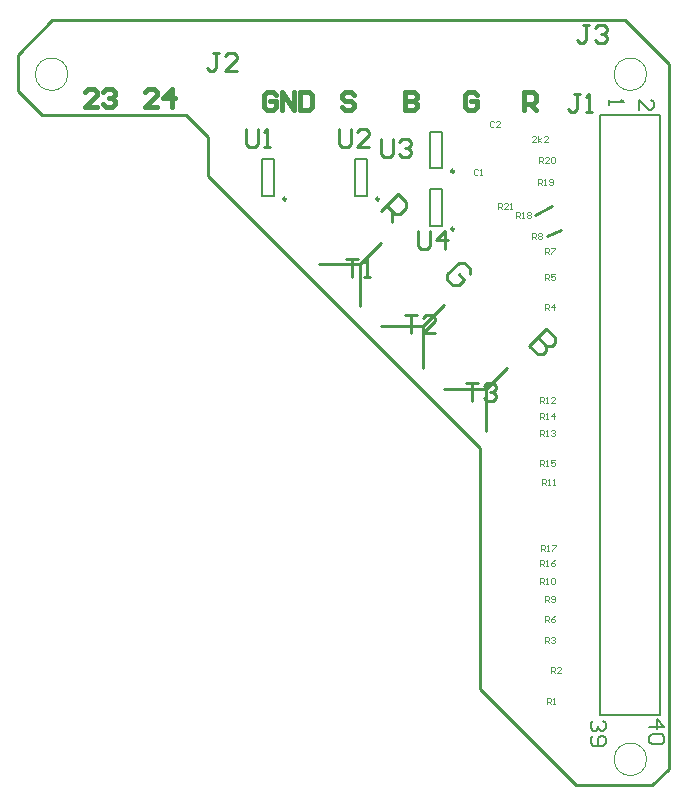
<source format=gto>
G04*
G04 #@! TF.GenerationSoftware,Altium Limited,Altium Designer,20.0.2 (26)*
G04*
G04 Layer_Color=65535*
%FSLAX25Y25*%
%MOIN*%
G70*
G01*
G75*
%ADD10C,0.00984*%
%ADD11C,0.00787*%
%ADD12C,0.01000*%
%ADD13C,0.01500*%
%ADD14C,0.00800*%
%ADD15C,0.00400*%
%ADD16C,0.00050*%
D10*
X498406Y442673D02*
G03*
X498406Y442673I-492J0D01*
G01*
Y423413D02*
G03*
X498406Y423413I-492J0D01*
G01*
X442406Y433413D02*
G03*
X442406Y433413I-492J0D01*
G01*
X473406D02*
G03*
X473406Y433413I-492J0D01*
G01*
D11*
X490531Y443657D02*
Y455862D01*
X494468Y443657D02*
Y455862D01*
X490531D02*
X494468D01*
X490531Y443657D02*
X494468D01*
X490531Y424398D02*
Y436602D01*
X494468Y424398D02*
Y436602D01*
X490531D02*
X494468D01*
X490531Y424398D02*
X494468D01*
X547000Y261500D02*
Y461500D01*
X567000Y261500D02*
Y461500D01*
X547000D02*
X567000D01*
X547000Y261500D02*
X567000D01*
X434531Y434398D02*
Y446602D01*
X438469Y434398D02*
Y446602D01*
X434531D02*
X438469D01*
X434531Y434398D02*
X438469D01*
X465531D02*
X469468D01*
X465531Y446602D02*
X469468D01*
Y434398D02*
Y446602D01*
X465531Y434398D02*
Y446602D01*
D12*
X467142Y411777D02*
X474102Y418737D01*
X453223Y411777D02*
X467142D01*
X474102Y418737D01*
X467142Y397858D02*
Y411777D01*
X509040Y370040D02*
X516000Y377000D01*
X495121Y370040D02*
X509040D01*
X516000Y377000D01*
X509040Y356121D02*
Y370040D01*
X488040Y391040D02*
X495000Y398000D01*
X474121Y391040D02*
X488040D01*
X495000Y398000D01*
X488040Y377121D02*
Y391040D01*
X529500Y421000D02*
X534000Y423000D01*
X525500Y428000D02*
X531000Y431000D01*
X473898Y453498D02*
Y448500D01*
X474898Y447500D01*
X476897D01*
X477897Y448500D01*
Y453498D01*
X479896Y452498D02*
X480896Y453498D01*
X482895D01*
X483895Y452498D01*
Y451499D01*
X482895Y450499D01*
X481896D01*
X482895D01*
X483895Y449499D01*
Y448500D01*
X482895Y447500D01*
X480896D01*
X479896Y448500D01*
X529155Y390155D02*
X523500Y384500D01*
X526328Y381673D01*
X528212D01*
X529155Y382615D01*
X529155Y384500D01*
X526328Y387328D01*
X529155Y384500D01*
X531040D01*
X531983Y385442D01*
Y387328D01*
X529155Y390155D01*
X503751Y408474D02*
Y410359D01*
X501866Y412244D01*
X499981D01*
X496211Y408474D01*
Y406589D01*
X498096Y404704D01*
X499981D01*
X501866Y406589D01*
X499981Y408474D01*
X473898Y429500D02*
X479553Y435155D01*
X482381Y432328D01*
Y430442D01*
X480496Y428557D01*
X478611Y428557D01*
X475783Y431385D01*
X477668Y429500D02*
X477668Y425730D01*
X462262Y413530D02*
X466260D01*
X464261D01*
Y407532D01*
X468260D02*
X470259D01*
X469260D01*
Y413530D01*
X468260Y412530D01*
X482106Y394928D02*
X486105D01*
X484105D01*
Y388930D01*
X492103D02*
X488104D01*
X492103Y392928D01*
Y393928D01*
X491103Y394928D01*
X489104D01*
X488104Y393928D01*
X502500Y372035D02*
X506499D01*
X504499D01*
Y366037D01*
X508498Y371035D02*
X509498Y372035D01*
X511497D01*
X512497Y371035D01*
Y370035D01*
X511497Y369036D01*
X510497D01*
X511497D01*
X512497Y368036D01*
Y367036D01*
X511497Y366037D01*
X509498D01*
X508498Y367036D01*
X419999Y481998D02*
X417999D01*
X418999D01*
Y477000D01*
X417999Y476000D01*
X417000D01*
X416000Y477000D01*
X425997Y476000D02*
X421998D01*
X425997Y479999D01*
Y480998D01*
X424997Y481998D01*
X422998D01*
X421998Y480998D01*
X543499Y491498D02*
X541499D01*
X542499D01*
Y486500D01*
X541499Y485500D01*
X540500D01*
X539500Y486500D01*
X545498Y490498D02*
X546498Y491498D01*
X548497D01*
X549497Y490498D01*
Y489499D01*
X548497Y488499D01*
X547497D01*
X548497D01*
X549497Y487499D01*
Y486500D01*
X548497Y485500D01*
X546498D01*
X545498Y486500D01*
X540499Y468498D02*
X538499D01*
X539499D01*
Y463500D01*
X538499Y462500D01*
X537500D01*
X536500Y463500D01*
X542498Y462500D02*
X544497D01*
X543498D01*
Y468498D01*
X542498Y467498D01*
X486235Y422814D02*
Y417815D01*
X487234Y416815D01*
X489234D01*
X490233Y417815D01*
Y422814D01*
X495232Y416815D02*
Y422814D01*
X492233Y419814D01*
X496232D01*
X460100Y456698D02*
Y451700D01*
X461100Y450700D01*
X463099D01*
X464099Y451700D01*
Y456698D01*
X470097Y450700D02*
X466098D01*
X470097Y454699D01*
Y455698D01*
X469097Y456698D01*
X467098D01*
X466098Y455698D01*
X429100Y456698D02*
Y451700D01*
X430100Y450700D01*
X432099D01*
X433099Y451700D01*
Y456698D01*
X435098Y450700D02*
X437097D01*
X436098D01*
Y456698D01*
X435098Y455698D01*
X416500Y441000D02*
Y454000D01*
X409000Y461500D02*
X416500Y454000D01*
X361000Y461500D02*
X409000D01*
X353000Y481500D02*
X364500Y493000D01*
X353000Y469500D02*
Y481500D01*
Y469500D02*
X361000Y461500D01*
X416500Y441000D02*
X436500Y421000D01*
X507000Y350500D01*
Y270000D02*
Y350500D01*
Y270000D02*
X539000Y238000D01*
X564500D01*
X570000Y243500D01*
Y478500D01*
X555500Y493000D02*
X570000Y478500D01*
X364500Y493000D02*
X555500D01*
D13*
X521606Y463000D02*
Y468998D01*
X524605D01*
X525605Y467998D01*
Y465999D01*
X524605Y464999D01*
X521606D01*
X523605D02*
X525605Y463000D01*
X506105Y467998D02*
X505105Y468998D01*
X503105D01*
X502106Y467998D01*
Y464000D01*
X503105Y463000D01*
X505105D01*
X506105Y464000D01*
Y465999D01*
X504105D01*
X482106Y468998D02*
Y463000D01*
X485105D01*
X486105Y464000D01*
Y464999D01*
X485105Y465999D01*
X482106D01*
X485105D01*
X486105Y466999D01*
Y467998D01*
X485105Y468998D01*
X482106D01*
X464999Y467998D02*
X463999Y468998D01*
X462000D01*
X461000Y467998D01*
Y466999D01*
X462000Y465999D01*
X463999D01*
X464999Y464999D01*
Y464000D01*
X463999Y463000D01*
X462000D01*
X461000Y464000D01*
X438999Y467998D02*
X437999Y468998D01*
X436000D01*
X435000Y467998D01*
Y464000D01*
X436000Y463000D01*
X437999D01*
X438999Y464000D01*
Y465999D01*
X436999D01*
X440998Y463000D02*
Y468998D01*
X444997Y463000D01*
Y468998D01*
X446996D02*
Y463000D01*
X449995D01*
X450995Y464000D01*
Y467998D01*
X449995Y468998D01*
X446996D01*
X399499Y464000D02*
X395500D01*
X399499Y467999D01*
Y468998D01*
X398499Y469998D01*
X396500D01*
X395500Y468998D01*
X404497Y464000D02*
Y469998D01*
X401498Y466999D01*
X405497D01*
X379499Y464000D02*
X375500D01*
X379499Y467999D01*
Y468998D01*
X378499Y469998D01*
X376500D01*
X375500Y468998D01*
X381498D02*
X382498Y469998D01*
X384497D01*
X385497Y468998D01*
Y467999D01*
X384497Y466999D01*
X383497D01*
X384497D01*
X385497Y465999D01*
Y465000D01*
X384497Y464000D01*
X382498D01*
X381498Y465000D01*
D14*
X550000Y466500D02*
Y464834D01*
Y465667D01*
X554998D01*
X554165Y466500D01*
X560000Y463168D02*
Y466500D01*
X563332Y463168D01*
X564165D01*
X564998Y464001D01*
Y465667D01*
X564165Y466500D01*
X563500Y257501D02*
X568498D01*
X565999Y260000D01*
Y256668D01*
X567665Y255002D02*
X568498Y254169D01*
Y252502D01*
X567665Y251669D01*
X564333D01*
X563500Y252502D01*
Y254169D01*
X564333Y255002D01*
X567665D01*
X548165Y259500D02*
X548998Y258667D01*
Y257001D01*
X548165Y256168D01*
X547332D01*
X546499Y257001D01*
Y257834D01*
Y257001D01*
X545666Y256168D01*
X544833D01*
X544000Y257001D01*
Y258667D01*
X544833Y259500D01*
Y254502D02*
X544000Y253669D01*
Y252002D01*
X544833Y251169D01*
X548165D01*
X548998Y252002D01*
Y253669D01*
X548165Y254502D01*
X547332D01*
X546499Y253669D01*
Y251169D01*
D15*
X524500Y420000D02*
Y421999D01*
X525500D01*
X525833Y421666D01*
Y421000D01*
X525500Y420666D01*
X524500D01*
X525166D02*
X525833Y420000D01*
X526499Y421666D02*
X526833Y421999D01*
X527499D01*
X527832Y421666D01*
Y421333D01*
X527499Y421000D01*
X527832Y420666D01*
Y420333D01*
X527499Y420000D01*
X526833D01*
X526499Y420333D01*
Y420666D01*
X526833Y421000D01*
X526499Y421333D01*
Y421666D01*
X526833Y421000D02*
X527499D01*
X525833Y452500D02*
X524500D01*
X525833Y453833D01*
Y454166D01*
X525500Y454499D01*
X524833D01*
X524500Y454166D01*
X526499Y452500D02*
Y454499D01*
Y453166D02*
X527499Y453833D01*
X526499Y453166D02*
X527499Y452500D01*
X529832D02*
X528499D01*
X529832Y453833D01*
Y454166D01*
X529498Y454499D01*
X528832D01*
X528499Y454166D01*
X513000Y430000D02*
Y431999D01*
X514000D01*
X514333Y431666D01*
Y431000D01*
X514000Y430666D01*
X513000D01*
X513666D02*
X514333Y430000D01*
X516332D02*
X514999D01*
X516332Y431333D01*
Y431666D01*
X515999Y431999D01*
X515333D01*
X514999Y431666D01*
X516999Y430000D02*
X517665D01*
X517332D01*
Y431999D01*
X516999Y431666D01*
X511833Y459166D02*
X511500Y459499D01*
X510833D01*
X510500Y459166D01*
Y457833D01*
X510833Y457500D01*
X511500D01*
X511833Y457833D01*
X513832Y457500D02*
X512499D01*
X513832Y458833D01*
Y459166D01*
X513499Y459499D01*
X512833D01*
X512499Y459166D01*
X506333Y443166D02*
X506000Y443499D01*
X505333D01*
X505000Y443166D01*
Y441833D01*
X505333Y441500D01*
X506000D01*
X506333Y441833D01*
X506999Y441500D02*
X507666D01*
X507333D01*
Y443499D01*
X506999Y443166D01*
X527300Y316000D02*
Y317999D01*
X528300D01*
X528633Y317666D01*
Y317000D01*
X528300Y316666D01*
X527300D01*
X527966D02*
X528633Y316000D01*
X529299D02*
X529966D01*
X529633D01*
Y317999D01*
X529299Y317666D01*
X530966Y317999D02*
X532298D01*
Y317666D01*
X530966Y316333D01*
Y316000D01*
X527178Y354468D02*
Y356468D01*
X528178D01*
X528511Y356134D01*
Y355468D01*
X528178Y355135D01*
X527178D01*
X527844D02*
X528511Y354468D01*
X529177D02*
X529844D01*
X529510D01*
Y356468D01*
X529177Y356134D01*
X530843D02*
X531177Y356468D01*
X531843D01*
X532176Y356134D01*
Y355801D01*
X531843Y355468D01*
X531510D01*
X531843D01*
X532176Y355135D01*
Y354801D01*
X531843Y354468D01*
X531177D01*
X530843Y354801D01*
X527178Y311000D02*
Y312999D01*
X528178D01*
X528511Y312666D01*
Y312000D01*
X528178Y311666D01*
X527178D01*
X527844D02*
X528511Y311000D01*
X529177D02*
X529844D01*
X529510D01*
Y312999D01*
X529177Y312666D01*
X532176Y312999D02*
X531510Y312666D01*
X530843Y312000D01*
Y311333D01*
X531177Y311000D01*
X531843D01*
X532176Y311333D01*
Y311666D01*
X531843Y312000D01*
X530843D01*
X519000Y427000D02*
Y428999D01*
X520000D01*
X520333Y428666D01*
Y428000D01*
X520000Y427666D01*
X519000D01*
X519666D02*
X520333Y427000D01*
X520999D02*
X521666D01*
X521333D01*
Y428999D01*
X520999Y428666D01*
X522666D02*
X522999Y428999D01*
X523665D01*
X523998Y428666D01*
Y428333D01*
X523665Y428000D01*
X523998Y427666D01*
Y427333D01*
X523665Y427000D01*
X522999D01*
X522666Y427333D01*
Y427666D01*
X522999Y428000D01*
X522666Y428333D01*
Y428666D01*
X522999Y428000D02*
X523665D01*
X527056Y344500D02*
Y346499D01*
X528056D01*
X528389Y346166D01*
Y345500D01*
X528056Y345166D01*
X527056D01*
X527722D02*
X528389Y344500D01*
X529055D02*
X529722D01*
X529389D01*
Y346499D01*
X529055Y346166D01*
X532054Y346499D02*
X530721D01*
Y345500D01*
X531388Y345833D01*
X531721D01*
X532054Y345500D01*
Y344833D01*
X531721Y344500D01*
X531055D01*
X530721Y344833D01*
X527178Y360000D02*
Y361999D01*
X528178D01*
X528511Y361666D01*
Y361000D01*
X528178Y360666D01*
X527178D01*
X527844D02*
X528511Y360000D01*
X529177D02*
X529844D01*
X529510D01*
Y361999D01*
X529177Y361666D01*
X531843Y360000D02*
Y361999D01*
X530843Y361000D01*
X532176D01*
X527678Y338000D02*
Y339999D01*
X528678D01*
X529011Y339666D01*
Y339000D01*
X528678Y338666D01*
X527678D01*
X528344D02*
X529011Y338000D01*
X529677D02*
X530344D01*
X530011D01*
Y339999D01*
X529677Y339666D01*
X531343Y338000D02*
X532010D01*
X531677D01*
Y339999D01*
X531343Y339666D01*
X528800Y415000D02*
Y416999D01*
X529800D01*
X530133Y416666D01*
Y416000D01*
X529800Y415666D01*
X528800D01*
X529466D02*
X530133Y415000D01*
X530799Y416999D02*
X532132D01*
Y416666D01*
X530799Y415333D01*
Y415000D01*
X527100Y305000D02*
Y306999D01*
X528100D01*
X528433Y306666D01*
Y306000D01*
X528100Y305666D01*
X527100D01*
X527766D02*
X528433Y305000D01*
X529099D02*
X529766D01*
X529433D01*
Y306999D01*
X529099Y306666D01*
X530765D02*
X531099Y306999D01*
X531765D01*
X532098Y306666D01*
Y305333D01*
X531765Y305000D01*
X531099D01*
X530765Y305333D01*
Y306666D01*
X526978Y365500D02*
Y367499D01*
X527978D01*
X528311Y367166D01*
Y366500D01*
X527978Y366166D01*
X526978D01*
X527644D02*
X528311Y365500D01*
X528977D02*
X529644D01*
X529311D01*
Y367499D01*
X528977Y367166D01*
X531976Y365500D02*
X530643D01*
X531976Y366833D01*
Y367166D01*
X531643Y367499D01*
X530977D01*
X530643Y367166D01*
X528678Y299000D02*
Y300999D01*
X529678D01*
X530011Y300666D01*
Y300000D01*
X529678Y299666D01*
X528678D01*
X529344D02*
X530011Y299000D01*
X530677Y299333D02*
X531010Y299000D01*
X531677D01*
X532010Y299333D01*
Y300666D01*
X531677Y300999D01*
X531010D01*
X530677Y300666D01*
Y300333D01*
X531010Y300000D01*
X532010D01*
X526778Y445500D02*
Y447499D01*
X527778D01*
X528111Y447166D01*
Y446500D01*
X527778Y446166D01*
X526778D01*
X527444D02*
X528111Y445500D01*
X530110D02*
X528777D01*
X530110Y446833D01*
Y447166D01*
X529777Y447499D01*
X529110D01*
X528777Y447166D01*
X530777D02*
X531110Y447499D01*
X531776D01*
X532110Y447166D01*
Y445833D01*
X531776Y445500D01*
X531110D01*
X530777Y445833D01*
Y447166D01*
X530778Y275500D02*
Y277499D01*
X531778D01*
X532111Y277166D01*
Y276500D01*
X531778Y276166D01*
X530778D01*
X531444D02*
X532111Y275500D01*
X534110D02*
X532777D01*
X534110Y276833D01*
Y277166D01*
X533777Y277499D01*
X533111D01*
X532777Y277166D01*
X528778Y285500D02*
Y287499D01*
X529778D01*
X530111Y287166D01*
Y286500D01*
X529778Y286166D01*
X528778D01*
X529444D02*
X530111Y285500D01*
X530777Y287166D02*
X531110Y287499D01*
X531777D01*
X532110Y287166D01*
Y286833D01*
X531777Y286500D01*
X531444D01*
X531777D01*
X532110Y286166D01*
Y285833D01*
X531777Y285500D01*
X531110D01*
X530777Y285833D01*
X528778Y292500D02*
Y294499D01*
X529778D01*
X530111Y294166D01*
Y293500D01*
X529778Y293166D01*
X528778D01*
X529444D02*
X530111Y292500D01*
X532110Y294499D02*
X531444Y294166D01*
X530777Y293500D01*
Y292833D01*
X531110Y292500D01*
X531777D01*
X532110Y292833D01*
Y293166D01*
X531777Y293500D01*
X530777D01*
X526500Y438000D02*
Y439999D01*
X527500D01*
X527833Y439666D01*
Y439000D01*
X527500Y438666D01*
X526500D01*
X527166D02*
X527833Y438000D01*
X528499D02*
X529166D01*
X528833D01*
Y439999D01*
X528499Y439666D01*
X530165Y438333D02*
X530499Y438000D01*
X531165D01*
X531498Y438333D01*
Y439666D01*
X531165Y439999D01*
X530499D01*
X530165Y439666D01*
Y439333D01*
X530499Y439000D01*
X531498D01*
X528678Y396500D02*
Y398499D01*
X529678D01*
X530011Y398166D01*
Y397500D01*
X529678Y397166D01*
X528678D01*
X529344D02*
X530011Y396500D01*
X531677D02*
Y398499D01*
X530677Y397500D01*
X532010D01*
X529478Y265000D02*
Y266999D01*
X530478D01*
X530811Y266666D01*
Y266000D01*
X530478Y265666D01*
X529478D01*
X530144D02*
X530811Y265000D01*
X531477D02*
X532144D01*
X531811D01*
Y266999D01*
X531477Y266666D01*
X528778Y406500D02*
Y408499D01*
X529778D01*
X530111Y408166D01*
Y407500D01*
X529778Y407166D01*
X528778D01*
X529444D02*
X530111Y406500D01*
X532110Y408499D02*
X530777D01*
Y407500D01*
X531444Y407833D01*
X531777D01*
X532110Y407500D01*
Y406833D01*
X531777Y406500D01*
X531110D01*
X530777Y406833D01*
D16*
X369657Y475004D02*
G03*
X369657Y475004I-5413J0D01*
G01*
X562571D02*
G03*
X562571Y475004I-5413J0D01*
G01*
Y246658D02*
G03*
X562571Y246658I-5413J0D01*
G01*
M02*

</source>
